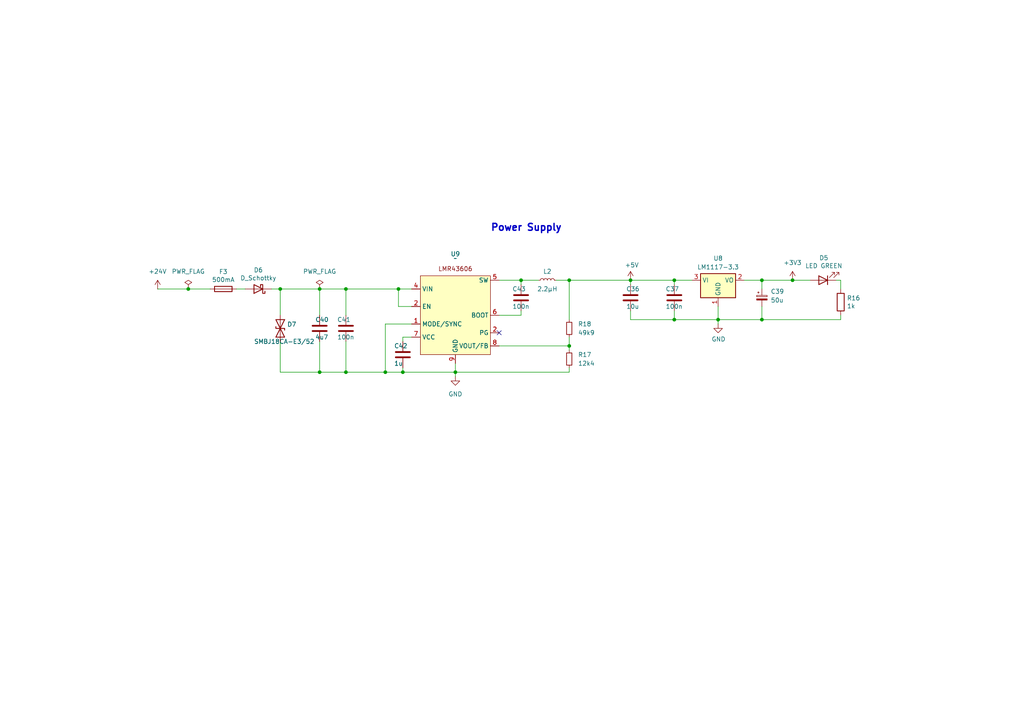
<source format=kicad_sch>
(kicad_sch (version 20231120) (generator "eeschema") (generator_version "8.0")
  (paper "A4")
  (title_block (title "Power Supply") (date "2023-04-18") (rev "${REVISION}") (company "Author: I. Kajdan") (comment 1 "Reviewer: M. Jaruga"))
  (lib_symbols
    (symbol "+24V_1" (power) (pin_numbers hide) (pin_names (offset 0) hide)
      (property "Value" "+24V" (at 0 3.556 0))
      (symbol "+24V_1_0_1"
        (polyline (pts (xy -0.762 1.27) (xy 0 2.54)))
        (polyline (pts (xy 0 0) (xy 0 2.54)))
        (polyline (pts (xy 0 2.54) (xy 0.762 1.27)))
      )
      (symbol "+24V_1_1_1"
        (pin power_in line (at 0 0 90) (length 0) (name "~") (number "1"))
      )
    )
    (symbol "Device:C" (pin_numbers hide) (pin_names (offset 0.254))
      (property "Reference" "C" (at 0.635 2.54 0))
      (property "Value" "C" (at 0.635 -2.54 0))
      (symbol "C_0_1"
        (polyline (pts (xy -2.032 -0.762) (xy 2.032 -0.762)) (stroke (width 0.508)))
        (polyline (pts (xy -2.032 0.762) (xy 2.032 0.762)) (stroke (width 0.508)))
      )
      (symbol "C_1_1"
        (pin passive line (at 0 3.81 270) (length 2.794) (name "~") (number "1"))
        (pin passive line (at 0 -3.81 90) (length 2.794) (name "~") (number "2"))
      )
    )
    (symbol "Device:C_Polarized_Small" (pin_numbers hide) (pin_names (offset 0.254) hide)
      (property "Reference" "C" (at 0.254 1.778 0))
      (property "Value" "C_Polarized_Small" (at 0.254 -2.032 0))
      (symbol "C_Polarized_Small_0_1"
        (rectangle (start -1.524 -0.3048) (end 1.524 -0.6858) (fill (type outline)))
        (rectangle (start -1.524 0.6858) (end 1.524 0.3048))
        (polyline (pts (xy -1.27 1.524) (xy -0.762 1.524)))
        (polyline (pts (xy -1.016 1.27) (xy -1.016 1.778)))
      )
      (symbol "C_Polarized_Small_1_1"
        (pin passive line (at 0 2.54 270) (length 1.8542) (name "~") (number "1"))
        (pin passive line (at 0 -2.54 90) (length 1.8542) (name "~") (number "2"))
      )
    )
    (symbol "Device:D_Schottky" (pin_numbers hide) (pin_names (offset 1.016) hide)
      (property "Reference" "D" (at 0 2.54 0))
      (property "Value" "D_Schottky" (at 0 -2.54 0))
      (symbol "D_Schottky_0_1"
        (polyline (pts (xy 1.27 0) (xy -1.27 0)))
        (polyline (pts (xy 1.27 1.27) (xy 1.27 -1.27) (xy -1.27 0) (xy 1.27 1.27)) (stroke (width 0.254)))
        (polyline (pts (xy -1.905 0.635) (xy -1.905 1.27) (xy -1.27 1.27) (xy -1.27 -1.27) (xy -0.635 -1.27) (xy -0.635 -0.635)) (stroke (width 0.254)))
      )
      (symbol "D_Schottky_1_1"
        (pin passive line (at -3.81 0 0) (length 2.54) (name "K") (number "1"))
        (pin passive line (at 3.81 0 180) (length 2.54) (name "A") (number "2"))
      )
    )
    (symbol "Device:D_TVS" (pin_numbers hide) (pin_names (offset 1.016) hide)
      (property "Reference" "D" (at 0 2.54 0))
      (property "Value" "D_TVS" (at 0 -2.54 0))
      (symbol "D_TVS_0_1"
        (polyline (pts (xy 1.27 0) (xy -1.27 0)))
        (polyline (pts (xy 0.508 1.27) (xy 0 1.27) (xy 0 -1.27) (xy -0.508 -1.27)) (stroke (width 0.254)))
        (polyline (pts (xy -2.54 1.27) (xy -2.54 -1.27) (xy 2.54 1.27) (xy 2.54 -1.27) (xy -2.54 1.27)) (stroke (width 0.254)))
      )
      (symbol "D_TVS_1_1"
        (pin passive line (at -3.81 0 0) (length 2.54) (name "A1") (number "1"))
        (pin passive line (at 3.81 0 180) (length 2.54) (name "A2") (number "2"))
      )
    )
    (symbol "Device:Fuse" (pin_numbers hide) (pin_names (offset 0))
      (property "Reference" "F" (at 2.032 0 90))
      (property "Value" "Fuse" (at -1.905 0 90))
      (symbol "Fuse_0_1"
        (rectangle (start -0.762 -2.54) (end 0.762 2.54) (stroke (width 0.254)))
        (polyline (pts (xy 0 2.54) (xy 0 -2.54)))
      )
      (symbol "Fuse_1_1"
        (pin passive line (at 0 3.81 270) (length 1.27) (name "~") (number "1"))
        (pin passive line (at 0 -3.81 90) (length 1.27) (name "~") (number "2"))
      )
    )
    (symbol "Device:LED" (pin_numbers hide) (pin_names (offset 1.016) hide)
      (property "Reference" "D" (at 0 2.54 0))
      (property "Value" "LED" (at 0 -2.54 0))
      (symbol "LED_0_1"
        (polyline (pts (xy -1.27 -1.27) (xy -1.27 1.27)) (stroke (width 0.254)))
        (polyline (pts (xy -1.27 0) (xy 1.27 0)))
        (polyline (pts (xy 1.27 -1.27) (xy 1.27 1.27) (xy -1.27 0) (xy 1.27 -1.27)) (stroke (width 0.254)))
        (polyline (pts (xy -3.048 -0.762) (xy -4.572 -2.286) (xy -3.81 -2.286) (xy -4.572 -2.286) (xy -4.572 -1.524)))
        (polyline (pts (xy -1.778 -0.762) (xy -3.302 -2.286) (xy -2.54 -2.286) (xy -3.302 -2.286) (xy -3.302 -1.524)))
      )
      (symbol "LED_1_1"
        (pin passive line (at -3.81 0 0) (length 2.54) (name "K") (number "1"))
        (pin passive line (at 3.81 0 180) (length 2.54) (name "A") (number "2"))
      )
    )
    (symbol "Device:L_Small" (pin_numbers hide) (pin_names (offset 0.254) hide)
      (property "Reference" "L" (at 0.762 1.016 0))
      (property "Value" "L_Small" (at 0.762 -1.016 0))
      (symbol "L_Small_0_1"
        (arc (start 0 -2.032) (mid 0.5058 -1.524) (end 0 -1.016))
        (arc (start 0 -1.016) (mid 0.5058 -0.508) (end 0 0))
        (arc (start 0 0) (mid 0.5058 0.508) (end 0 1.016))
        (arc (start 0 1.016) (mid 0.5058 1.524) (end 0 2.032))
      )
      (symbol "L_Small_1_1"
        (pin passive line (at 0 2.54 270) (length 0.508) (name "~") (number "1"))
        (pin passive line (at 0 -2.54 90) (length 0.508) (name "~") (number "2"))
      )
    )
    (symbol "Device:R" (pin_numbers hide) (pin_names (offset 0))
      (property "Reference" "R" (at 2.032 0 90))
      (property "Value" "R" (at 0 0 90))
      (symbol "R_0_1"
        (rectangle (start -1.016 -2.54) (end 1.016 2.54) (stroke (width 0.254)))
      )
      (symbol "R_1_1"
        (pin passive line (at 0 3.81 270) (length 1.27) (name "~") (number "1"))
        (pin passive line (at 0 -3.81 90) (length 1.27) (name "~") (number "2"))
      )
    )
    (symbol "Device:R_Small" (pin_numbers hide) (pin_names (offset 0.254) hide)
      (property "Reference" "R" (at 0.762 0.508 0))
      (property "Value" "R_Small" (at 0.762 -1.016 0))
      (symbol "R_Small_0_1"
        (rectangle (start -0.762 1.778) (end 0.762 -1.778) (stroke (width 0.2032)))
      )
      (symbol "R_Small_1_1"
        (pin passive line (at 0 2.54 270) (length 0.762) (name "~") (number "1"))
        (pin passive line (at 0 -2.54 90) (length 0.762) (name "~") (number "2"))
      )
    )
    (symbol "LM1117MP-3.3_1"
      (property "Reference" "U8" (at 0 6.35 0))
      (property "Value" "LM1117-3.3" (at 0 3.81 0))
      (symbol "LM1117MP-3.3_1_0_1"
        (rectangle (start -5.08 1.905) (end 5.08 -5.08) (stroke (width 0.254)) (fill (type background)))
      )
      (symbol "LM1117MP-3.3_1_1_1"
        (pin power_in line (at 0 -7.62 90) (length 2.54) (name "GND") (number "1"))
        (pin power_out line (at 7.62 0 180) (length 2.54) (name "VO") (number "2"))
        (pin power_in line (at -7.62 0 0) (length 2.54) (name "VI") (number "3"))
      )
    )
    (symbol "power:+3V3" (power) (pin_numbers hide) (pin_names (offset 0) hide)
      (property "Value" "+3V3" (at 0 3.556 0))
      (symbol "+3V3_0_1"
        (polyline (pts (xy -0.762 1.27) (xy 0 2.54)))
        (polyline (pts (xy 0 0) (xy 0 2.54)))
        (polyline (pts (xy 0 2.54) (xy 0.762 1.27)))
      )
      (symbol "+3V3_1_1"
        (pin power_in line (at 0 0 90) (length 0) (name "~") (number "1"))
      )
    )
    (symbol "power:+5V" (power) (pin_names (offset 0))
      (property "Value" "+5V" (at 0 3.556 0))
      (symbol "+5V_0_1"
        (polyline (pts (xy -0.762 1.27) (xy 0 2.54)))
        (polyline (pts (xy 0 0) (xy 0 2.54)))
        (polyline (pts (xy 0 2.54) (xy 0.762 1.27)))
      )
      (symbol "+5V_1_1"
        (pin power_in line (at 0 0 90) (length 0) hide (name "+5V") (number "1"))
      )
    )
    (symbol "power:GND" (power) (pin_names (offset 0))
      (property "Value" "GND" (at 0 -3.81 0))
      (symbol "GND_0_1"
        (polyline (pts (xy 0 0) (xy 0 -1.27) (xy 1.27 -1.27) (xy 0 -2.54) (xy -1.27 -1.27) (xy 0 -1.27)))
      )
      (symbol "GND_1_1"
        (pin power_in line (at 0 0 270) (length 0) hide (name "GND") (number "1"))
      )
    )
    (symbol "power:PWR_FLAG" (power) (pin_numbers hide) (pin_names (offset 0) hide)
      (property "Value" "PWR_FLAG" (at 0 3.81 0))
      (symbol "PWR_FLAG_0_0"
        (pin power_out line (at 0 0 90) (length 0) (name "pwr") (number "1"))
      )
      (symbol "PWR_FLAG_0_1"
        (polyline (pts (xy 0 0) (xy 0 1.27) (xy -1.016 1.905) (xy 0 2.54) (xy 1.016 1.905) (xy 0 1.27)))
      )
    )
    (symbol "step_down_converter:LMR43606"
      (property "Reference" "U9" (at 0 17.78 0))
      (property "Value" "~" (at 0 16.51 0))
      (symbol "LMR43606_1_1"
        (rectangle (start -10.16 11.43) (end 10.16 -11.43) (fill (type background)))
        (text "LMR43606\n" (at 0 13.462 0) (effects (font (size 1.27 1.27))))
        (pin passive line (at -12.7 -2.54 0) (length 2.54) (name "MODE/SYNC") (number "1"))
        (pin power_in line (at -12.7 2.54 0) (length 2.54) (name "EN") (number "2"))
        (pin passive line (at 12.7 -5.08 180) (length 2.54) (name "PG") (number "2"))
        (pin power_in line (at -12.7 7.62 0) (length 2.54) (name "VIN") (number "4"))
        (pin passive line (at 12.7 10.16 180) (length 2.54) (name "SW") (number "5"))
        (pin passive line (at 12.7 0 180) (length 2.54) (name "BOOT") (number "6"))
        (pin passive line (at -12.7 -6.35 0) (length 2.54) (name "VCC") (number "7"))
        (pin passive line (at 12.7 -8.89 180) (length 2.54) (name "VOUT/FB") (number "8"))
        (pin passive line (at 0 -13.97 90) (length 2.54) (name "GND") (number "9"))
      )
    )
  )
  (junction (at 229.87 81.28))
  (junction (at 208.28 92.71))
  (junction (at 220.98 81.28))
  (junction (at 132.08 107.95))
  (junction (at 92.71 107.95))
  (junction (at 81.28 83.82))
  (junction (at 165.1 100.33))
  (junction (at 195.58 92.71))
  (junction (at 111.76 107.95))
  (junction (at 100.33 107.95))
  (junction (at 54.61 83.82))
  (junction (at 220.98 92.71))
  (junction (at 165.1 81.28))
  (junction (at 100.33 83.82))
  (junction (at 115.57 83.82))
  (junction (at 151.13 81.28))
  (junction (at 116.84 107.95))
  (junction (at 195.58 81.28))
  (junction (at 92.71 83.82))
  (junction (at 182.88 81.28))
  (no_connect (at 144.78 96.52))
  (wire (pts (xy 200.66 81.28) (xy 195.58 81.28)))
  (wire (pts (xy 100.33 83.82) (xy 115.57 83.82)))
  (wire (pts (xy 165.1 81.28) (xy 161.29 81.28)))
  (wire (pts (xy 144.78 100.33) (xy 165.1 100.33)))
  (wire (pts (xy 195.58 90.17) (xy 195.58 92.71)))
  (wire (pts (xy 234.95 81.28) (xy 229.87 81.28)))
  (wire (pts (xy 208.28 93.98) (xy 208.28 92.71)))
  (wire (pts (xy 116.84 107.95) (xy 132.08 107.95)))
  (wire (pts (xy 208.28 92.71) (xy 208.28 88.9)))
  (wire (pts (xy 119.38 88.9) (xy 115.57 88.9)))
  (wire (pts (xy 144.78 81.28) (xy 151.13 81.28)))
  (wire (pts (xy 215.9 81.28) (xy 220.98 81.28)))
  (wire (pts (xy 81.28 99.06) (xy 81.28 107.95)))
  (wire (pts (xy 165.1 81.28) (xy 182.88 81.28)))
  (wire (pts (xy 68.58 83.82) (xy 71.12 83.82)))
  (wire (pts (xy 92.71 107.95) (xy 100.33 107.95)))
  (wire (pts (xy 92.71 99.06) (xy 92.71 107.95)))
  (wire (pts (xy 132.08 107.95) (xy 165.1 107.95)))
  (wire (pts (xy 220.98 92.71) (xy 243.84 92.71)))
  (wire (pts (xy 151.13 81.28) (xy 151.13 82.55)))
  (wire (pts (xy 78.74 83.82) (xy 81.28 83.82)))
  (wire (pts (xy 132.08 109.22) (xy 132.08 107.95)))
  (wire (pts (xy 195.58 92.71) (xy 208.28 92.71)))
  (wire (pts (xy 92.71 83.82) (xy 100.33 83.82)))
  (wire (pts (xy 182.88 92.71) (xy 195.58 92.71)))
  (wire (pts (xy 182.88 81.28) (xy 195.58 81.28)))
  (wire (pts (xy 151.13 81.28) (xy 156.21 81.28)))
  (wire (pts (xy 220.98 88.9) (xy 220.98 92.71)))
  (wire (pts (xy 116.84 107.95) (xy 116.84 106.68)))
  (wire (pts (xy 115.57 88.9) (xy 115.57 83.82)))
  (wire (pts (xy 243.84 81.28) (xy 242.57 81.28)))
  (wire (pts (xy 165.1 97.79) (xy 165.1 100.33)))
  (wire (pts (xy 111.76 107.95) (xy 116.84 107.95)))
  (wire (pts (xy 182.88 82.55) (xy 182.88 81.28)))
  (wire (pts (xy 165.1 106.68) (xy 165.1 107.95)))
  (wire (pts (xy 81.28 83.82) (xy 81.28 91.44)))
  (wire (pts (xy 220.98 81.28) (xy 229.87 81.28)))
  (wire (pts (xy 100.33 107.95) (xy 111.76 107.95)))
  (wire (pts (xy 54.61 83.82) (xy 60.96 83.82)))
  (wire (pts (xy 119.38 93.98) (xy 111.76 93.98)))
  (wire (pts (xy 45.72 83.82) (xy 54.61 83.82)))
  (wire (pts (xy 92.71 83.82) (xy 92.71 91.44)))
  (wire (pts (xy 165.1 100.33) (xy 165.1 101.6)))
  (wire (pts (xy 243.84 83.82) (xy 243.84 81.28)))
  (wire (pts (xy 132.08 107.95) (xy 132.08 105.41)))
  (wire (pts (xy 81.28 83.82) (xy 92.71 83.82)))
  (wire (pts (xy 195.58 82.55) (xy 195.58 81.28)))
  (wire (pts (xy 151.13 91.44) (xy 144.78 91.44)))
  (wire (pts (xy 243.84 91.44) (xy 243.84 92.71)))
  (wire (pts (xy 115.57 83.82) (xy 119.38 83.82)))
  (wire (pts (xy 119.38 97.79) (xy 116.84 97.79)))
  (wire (pts (xy 151.13 90.17) (xy 151.13 91.44)))
  (wire (pts (xy 165.1 92.71) (xy 165.1 81.28)))
  (wire (pts (xy 100.33 99.06) (xy 100.33 107.95)))
  (wire (pts (xy 116.84 97.79) (xy 116.84 99.06)))
  (wire (pts (xy 100.33 83.82) (xy 100.33 91.44)))
  (wire (pts (xy 111.76 93.98) (xy 111.76 107.95)))
  (wire (pts (xy 220.98 81.28) (xy 220.98 83.82)))
  (wire (pts (xy 81.28 107.95) (xy 92.71 107.95)))
  (wire (pts (xy 208.28 92.71) (xy 220.98 92.71)))
  (wire (pts (xy 182.88 90.17) (xy 182.88 92.71)))
  (text "Power Supply" (at 142.24 67.31 0) (effects (font (size 2 2) (thickness 0.4) (bold yes)) (justify left bottom)))
  (symbol (lib_id "Device:R") (at 243.84 87.63 180) (unit 1)
    (property "Reference" "R16" (at 245.618 86.4616 0) (effects (justify right)))
    (property "Value" "1k" (at 245.618 88.773 0) (effects (justify right)))
    (property "Footprint" "Resistor_SMD:R_1206_3216Metric" (effects (hide yes)))
  )
  (symbol (lib_id "Device:Fuse") (at 64.77 83.82 270) (unit 1)
    (property "Reference" "F3" (at 64.77 78.8162 90))
    (property "Value" "500mA" (at 64.77 81.1276 90))
    (property "Footprint" "Fuse:Fuse_1206_3216Metric" (effects (hide yes)))
  )
  (symbol (lib_id "Device:C") (at 100.33 95.25 0) (unit 1)
    (property "Reference" "C41" (at 97.79 92.71 0) (effects (justify left)))
    (property "Value" "100n" (at 97.79 97.79 0) (effects (justify left)))
    (property "Footprint" "Capacitor_SMD:C_1206_3216Metric" (effects (hide yes)))
  )
  (symbol (lib_id "Device:C") (at 182.88 86.36 0) (unit 1)
    (property "Reference" "C36" (at 181.61 83.82 0) (effects (justify left)))
    (property "Value" "10u" (at 181.61 88.9 0) (effects (justify left)))
    (property "Footprint" "Capacitor_SMD:C_1206_3216Metric" (effects (hide yes)))
  )
  (symbol (lib_id "Device:L_Small") (at 158.75 81.28 90) (unit 1)
    (property "Reference" "L2" (at 158.75 78.74 90))
    (property "Value" "2.2μH" (at 158.75 83.82 90))
    (property "Footprint" "Inductor_SMD:L_Bourns-SRN4018" (effects (hide yes)))
  )
  (symbol (lib_id "Device:C") (at 92.71 95.25 0) (unit 1)
    (property "Reference" "C40" (at 91.44 92.71 0) (effects (justify left)))
    (property "Value" "4u7" (at 91.44 97.79 0) (effects (justify left)))
    (property "Footprint" "Capacitor_SMD:C_1206_3216Metric" (effects (hide yes)))
  )
  (symbol (lib_id "power:+3V3") (at 229.87 81.28 0) (unit 1)
    (property "Reference" "#PWR021" (effects (hide yes)))
    (property "Value" "+3V3" (at 229.87 76.2 0))
    (property "Description" "Power symbol creates a global label with name \"+3V3\"" (effects (hide yes)))
  )
  (symbol (lib_id "Device:C") (at 195.58 86.36 0) (unit 1)
    (property "Reference" "C37" (at 193.04 83.82 0) (effects (justify left)))
    (property "Value" "100n" (at 193.04 88.9 0) (effects (justify left)))
    (property "Footprint" "Capacitor_SMD:C_1206_3216Metric" (effects (hide yes)))
  )
  (symbol (lib_id "power:+5V") (at 182.88 81.28 0) (unit 1)
    (property "Reference" "#PWR055" (effects (hide yes)))
    (property "Value" "+5V" (at 183.261 76.8858 0))
  )
  (symbol (lib_id "step_down_converter:LMR43606") (at 132.08 91.44 0) (unit 1)
    (property "Reference" "U9" (at 132.08 73.66 0))
    (property "Value" "~" (at 132.08 74.93 0))
  )
  (symbol (lib_id "Device:C") (at 116.84 102.87 0) (unit 1)
    (property "Reference" "C42" (at 114.3 100.33 0) (effects (justify left)))
    (property "Value" "1u" (at 114.3 105.41 0) (effects (justify left)))
    (property "Footprint" "Capacitor_SMD:C_1206_3216Metric" (effects (hide yes)))
  )
  (symbol (lib_name "LM1117MP-3.3_1") (lib_id "Regulator_Linear:LM1117MP-3.3") (at 208.28 81.28 0) (unit 1)
    (property "Reference" "U8" (at 208.28 74.93 0))
    (property "Value" "LM1117-3.3" (at 208.28 77.47 0))
    (property "Footprint" "Package_TO_SOT_SMD:SOT-223-3_TabPin2" (effects (hide yes)))
    (property "Datasheet" "http://www.ti.com/lit/ds/symlink/lm1117.pdf" (effects (hide yes)))
  )
  (symbol (lib_id "power:PWR_FLAG") (at 54.61 83.82 0) (unit 1)
    (property "Reference" "#FLG06" (effects (hide yes)))
    (property "Value" "PWR_FLAG" (at 54.61 78.74 0))
  )
  (symbol (lib_id "Device:LED") (at 238.76 81.28 180) (unit 1)
    (property "Reference" "D5" (at 238.9378 74.803 0))
    (property "Value" "LED GREEN" (at 238.9378 77.1144 0))
    (property "Footprint" "LED_SMD:LED_PLCC-2" (effects (hide yes)))
  )
  (symbol (lib_id "Device:D_Schottky") (at 74.93 83.82 180) (unit 1)
    (property "Reference" "D6" (at 74.93 78.3336 0))
    (property "Value" "D_Schottky" (at 74.93 80.645 0))
    (property "Footprint" "Diode_SMD:D_SMB" (effects (hide yes)))
  )
  (symbol (lib_name "+24V_1") (lib_id "power:+24V") (at 45.72 83.82 0) (unit 1)
    (property "Reference" "#PWR057" (effects (hide yes)))
    (property "Value" "+24V" (at 45.72 78.74 0))
    (property "Description" "Power symbol creates a global label with name \"+24V\"" (effects (hide yes)))
  )
  (symbol (lib_id "Device:C") (at 151.13 86.36 0) (unit 1)
    (property "Reference" "C43" (at 148.59 83.82 0) (effects (justify left)))
    (property "Value" "100n" (at 148.59 88.9 0) (effects (justify left)))
    (property "Footprint" "Capacitor_SMD:C_1206_3216Metric" (effects (hide yes)))
  )
  (symbol (lib_id "power:PWR_FLAG") (at 92.71 83.82 0) (unit 1)
    (property "Reference" "#FLG05" (effects (hide yes)))
    (property "Value" "PWR_FLAG" (at 92.71 78.74 0))
  )
  (symbol (lib_id "power:GND") (at 132.08 109.22 0) (unit 1)
    (property "Reference" "#PWR059" (effects (hide yes)))
    (property "Value" "GND" (at 132.08 114.3 0))
  )
  (symbol (lib_id "Device:D_TVS") (at 81.28 95.25 270) (unit 1)
    (property "Reference" "D7" (at 83.2866 94.0816 90) (effects (justify left)))
    (property "Value" "SMBJ18CA-E3/52" (at 73.66 99.06 90) (effects (justify left)))
    (property "Footprint" "Diode_SMD:D_SMB" (effects (hide yes)))
  )
  (symbol (lib_id "power:GND") (at 208.28 93.98 0) (unit 1)
    (property "Reference" "#PWR04" (effects (hide yes)))
    (property "Value" "GND" (at 208.407 98.3742 0))
  )
  (symbol (lib_id "Device:R_Small") (at 165.1 95.25 0) (unit 1)
    (property "Reference" "R18" (at 167.64 93.9799 0) (effects (justify left)))
    (property "Value" "49k9" (at 167.64 96.5199 0) (effects (justify left)))
    (property "Description" "Resistor, small symbol" (effects (hide yes)))
  )
  (symbol (lib_id "Device:R_Small") (at 165.1 104.14 0) (unit 1)
    (property "Reference" "R17" (at 167.64 102.8699 0) (effects (justify left)))
    (property "Value" "12k4" (at 167.64 105.4099 0) (effects (justify left)))
    (property "Description" "Resistor, small symbol" (effects (hide yes)))
  )
  (symbol (lib_id "Device:C_Polarized_Small") (at 220.98 86.36 0) (unit 1)
    (property "Reference" "C39" (at 223.52 84.5438 0) (effects (justify left)))
    (property "Value" "50u" (at 223.52 87.0838 0) (effects (justify left)))
    (property "Description" "Polarized capacitor, small symbol" (effects (hide yes)))
  )
)
</source>
